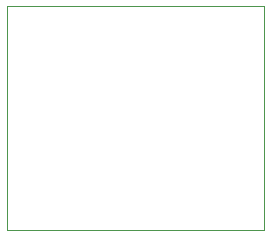
<source format=gbr>
G04 #@! TF.GenerationSoftware,KiCad,Pcbnew,8.0.4+1*
G04 #@! TF.CreationDate,2024-10-21T12:07:58+00:00*
G04 #@! TF.ProjectId,KCD1-102-board,4b434431-2d31-4303-922d-626f6172642e,rev?*
G04 #@! TF.SameCoordinates,Original*
G04 #@! TF.FileFunction,Profile,NP*
%FSLAX46Y46*%
G04 Gerber Fmt 4.6, Leading zero omitted, Abs format (unit mm)*
G04 Created by KiCad (PCBNEW 8.0.4+1) date 2024-10-21 12:07:58*
%MOMM*%
%LPD*%
G01*
G04 APERTURE LIST*
G04 #@! TA.AperFunction,Profile*
%ADD10C,0.050000*%
G04 #@! TD*
G04 APERTURE END LIST*
D10*
X84500000Y-61000000D02*
X106250000Y-61000000D01*
X106250000Y-61000000D02*
X106250000Y-80000000D01*
X84500000Y-80000000D02*
X84500000Y-61000000D01*
X106250000Y-80000000D02*
X84500000Y-80000000D01*
M02*

</source>
